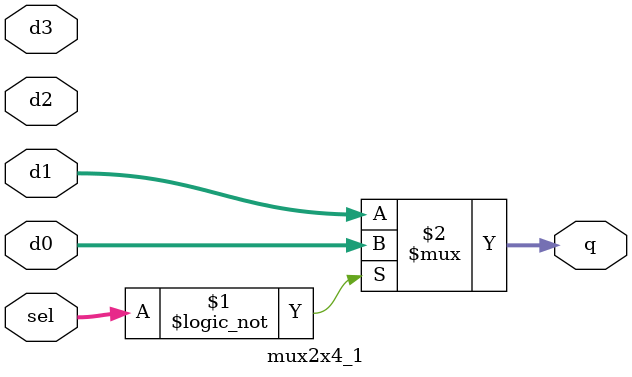
<source format=v>
module mux2x4_1(sel, d0, d1, d2, d3, q);
	input [1:0] sel;
	input [3:0] d0, d1, d2, d3;
	output [3:0] q;
	assign q = sel == 2'b00 ? d0 :
					  2'b01 ? d1 :
					  2'b10 ? d2 : d3;
endmodule
</source>
